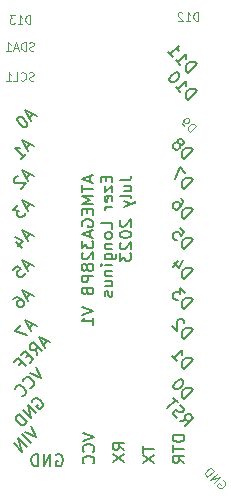
<source format=gbr>
%TF.GenerationSoftware,KiCad,Pcbnew,(6.0.7)*%
%TF.CreationDate,2023-06-10T06:11:36-04:00*%
%TF.ProjectId,atmega328pb_breakout,61746d65-6761-4333-9238-70625f627265,rev?*%
%TF.SameCoordinates,Original*%
%TF.FileFunction,Legend,Bot*%
%TF.FilePolarity,Positive*%
%FSLAX46Y46*%
G04 Gerber Fmt 4.6, Leading zero omitted, Abs format (unit mm)*
G04 Created by KiCad (PCBNEW (6.0.7)) date 2023-06-10 06:11:36*
%MOMM*%
%LPD*%
G01*
G04 APERTURE LIST*
%ADD10C,0.150000*%
%ADD11C,0.100000*%
G04 APERTURE END LIST*
D10*
X109300666Y-57945976D02*
X109300666Y-58422166D01*
X109586380Y-57850738D02*
X108586380Y-58184071D01*
X109586380Y-58517404D01*
X108586380Y-58707880D02*
X108586380Y-59279309D01*
X109586380Y-58993595D02*
X108586380Y-58993595D01*
X109586380Y-59612642D02*
X108586380Y-59612642D01*
X109300666Y-59945976D01*
X108586380Y-60279309D01*
X109586380Y-60279309D01*
X109062571Y-60755500D02*
X109062571Y-61088833D01*
X109586380Y-61231690D02*
X109586380Y-60755500D01*
X108586380Y-60755500D01*
X108586380Y-61231690D01*
X108634000Y-62184071D02*
X108586380Y-62088833D01*
X108586380Y-61945976D01*
X108634000Y-61803119D01*
X108729238Y-61707880D01*
X108824476Y-61660261D01*
X109014952Y-61612642D01*
X109157809Y-61612642D01*
X109348285Y-61660261D01*
X109443523Y-61707880D01*
X109538761Y-61803119D01*
X109586380Y-61945976D01*
X109586380Y-62041214D01*
X109538761Y-62184071D01*
X109491142Y-62231690D01*
X109157809Y-62231690D01*
X109157809Y-62041214D01*
X109300666Y-62612642D02*
X109300666Y-63088833D01*
X109586380Y-62517404D02*
X108586380Y-62850738D01*
X109586380Y-63184071D01*
X108586380Y-63422166D02*
X108586380Y-64041214D01*
X108967333Y-63707880D01*
X108967333Y-63850738D01*
X109014952Y-63945976D01*
X109062571Y-63993595D01*
X109157809Y-64041214D01*
X109395904Y-64041214D01*
X109491142Y-63993595D01*
X109538761Y-63945976D01*
X109586380Y-63850738D01*
X109586380Y-63565023D01*
X109538761Y-63469785D01*
X109491142Y-63422166D01*
X108681619Y-64422166D02*
X108634000Y-64469785D01*
X108586380Y-64565023D01*
X108586380Y-64803119D01*
X108634000Y-64898357D01*
X108681619Y-64945976D01*
X108776857Y-64993595D01*
X108872095Y-64993595D01*
X109014952Y-64945976D01*
X109586380Y-64374547D01*
X109586380Y-64993595D01*
X109014952Y-65565023D02*
X108967333Y-65469785D01*
X108919714Y-65422166D01*
X108824476Y-65374547D01*
X108776857Y-65374547D01*
X108681619Y-65422166D01*
X108634000Y-65469785D01*
X108586380Y-65565023D01*
X108586380Y-65755500D01*
X108634000Y-65850738D01*
X108681619Y-65898357D01*
X108776857Y-65945976D01*
X108824476Y-65945976D01*
X108919714Y-65898357D01*
X108967333Y-65850738D01*
X109014952Y-65755500D01*
X109014952Y-65565023D01*
X109062571Y-65469785D01*
X109110190Y-65422166D01*
X109205428Y-65374547D01*
X109395904Y-65374547D01*
X109491142Y-65422166D01*
X109538761Y-65469785D01*
X109586380Y-65565023D01*
X109586380Y-65755500D01*
X109538761Y-65850738D01*
X109491142Y-65898357D01*
X109395904Y-65945976D01*
X109205428Y-65945976D01*
X109110190Y-65898357D01*
X109062571Y-65850738D01*
X109014952Y-65755500D01*
X109586380Y-66374547D02*
X108586380Y-66374547D01*
X108586380Y-66755500D01*
X108634000Y-66850738D01*
X108681619Y-66898357D01*
X108776857Y-66945976D01*
X108919714Y-66945976D01*
X109014952Y-66898357D01*
X109062571Y-66850738D01*
X109110190Y-66755500D01*
X109110190Y-66374547D01*
X109062571Y-67707880D02*
X109110190Y-67850738D01*
X109157809Y-67898357D01*
X109253047Y-67945976D01*
X109395904Y-67945976D01*
X109491142Y-67898357D01*
X109538761Y-67850738D01*
X109586380Y-67755500D01*
X109586380Y-67374547D01*
X108586380Y-67374547D01*
X108586380Y-67707880D01*
X108634000Y-67803119D01*
X108681619Y-67850738D01*
X108776857Y-67898357D01*
X108872095Y-67898357D01*
X108967333Y-67850738D01*
X109014952Y-67803119D01*
X109062571Y-67707880D01*
X109062571Y-67374547D01*
X108586380Y-68993595D02*
X109586380Y-69326928D01*
X108586380Y-69660261D01*
X109586380Y-70517404D02*
X109586380Y-69945976D01*
X109586380Y-70231690D02*
X108586380Y-70231690D01*
X108729238Y-70136452D01*
X108824476Y-70041214D01*
X108872095Y-69945976D01*
X110672571Y-57993595D02*
X110672571Y-58326928D01*
X111196380Y-58469785D02*
X111196380Y-57993595D01*
X110196380Y-57993595D01*
X110196380Y-58469785D01*
X110529714Y-58803119D02*
X110529714Y-59326928D01*
X111196380Y-58803119D01*
X111196380Y-59326928D01*
X111148761Y-60088833D02*
X111196380Y-59993595D01*
X111196380Y-59803119D01*
X111148761Y-59707880D01*
X111053523Y-59660261D01*
X110672571Y-59660261D01*
X110577333Y-59707880D01*
X110529714Y-59803119D01*
X110529714Y-59993595D01*
X110577333Y-60088833D01*
X110672571Y-60136452D01*
X110767809Y-60136452D01*
X110863047Y-59660261D01*
X111196380Y-60565023D02*
X110529714Y-60565023D01*
X110720190Y-60565023D02*
X110624952Y-60612642D01*
X110577333Y-60660261D01*
X110529714Y-60755500D01*
X110529714Y-60850738D01*
X111196380Y-62422166D02*
X111196380Y-61945976D01*
X110196380Y-61945976D01*
X111196380Y-62898357D02*
X111148761Y-62803119D01*
X111101142Y-62755500D01*
X111005904Y-62707880D01*
X110720190Y-62707880D01*
X110624952Y-62755500D01*
X110577333Y-62803119D01*
X110529714Y-62898357D01*
X110529714Y-63041214D01*
X110577333Y-63136452D01*
X110624952Y-63184071D01*
X110720190Y-63231690D01*
X111005904Y-63231690D01*
X111101142Y-63184071D01*
X111148761Y-63136452D01*
X111196380Y-63041214D01*
X111196380Y-62898357D01*
X110529714Y-63660261D02*
X111196380Y-63660261D01*
X110624952Y-63660261D02*
X110577333Y-63707880D01*
X110529714Y-63803119D01*
X110529714Y-63945976D01*
X110577333Y-64041214D01*
X110672571Y-64088833D01*
X111196380Y-64088833D01*
X110529714Y-64993595D02*
X111339238Y-64993595D01*
X111434476Y-64945976D01*
X111482095Y-64898357D01*
X111529714Y-64803119D01*
X111529714Y-64660261D01*
X111482095Y-64565023D01*
X111148761Y-64993595D02*
X111196380Y-64898357D01*
X111196380Y-64707880D01*
X111148761Y-64612642D01*
X111101142Y-64565023D01*
X111005904Y-64517404D01*
X110720190Y-64517404D01*
X110624952Y-64565023D01*
X110577333Y-64612642D01*
X110529714Y-64707880D01*
X110529714Y-64898357D01*
X110577333Y-64993595D01*
X111196380Y-65469785D02*
X110529714Y-65469785D01*
X110196380Y-65469785D02*
X110244000Y-65422166D01*
X110291619Y-65469785D01*
X110244000Y-65517404D01*
X110196380Y-65469785D01*
X110291619Y-65469785D01*
X110529714Y-65945976D02*
X111196380Y-65945976D01*
X110624952Y-65945976D02*
X110577333Y-65993595D01*
X110529714Y-66088833D01*
X110529714Y-66231690D01*
X110577333Y-66326928D01*
X110672571Y-66374547D01*
X111196380Y-66374547D01*
X110529714Y-67279309D02*
X111196380Y-67279309D01*
X110529714Y-66850738D02*
X111053523Y-66850738D01*
X111148761Y-66898357D01*
X111196380Y-66993595D01*
X111196380Y-67136452D01*
X111148761Y-67231690D01*
X111101142Y-67279309D01*
X111148761Y-67707880D02*
X111196380Y-67803119D01*
X111196380Y-67993595D01*
X111148761Y-68088833D01*
X111053523Y-68136452D01*
X111005904Y-68136452D01*
X110910666Y-68088833D01*
X110863047Y-67993595D01*
X110863047Y-67850738D01*
X110815428Y-67755500D01*
X110720190Y-67707880D01*
X110672571Y-67707880D01*
X110577333Y-67755500D01*
X110529714Y-67850738D01*
X110529714Y-67993595D01*
X110577333Y-68088833D01*
X111806380Y-58279309D02*
X112520666Y-58279309D01*
X112663523Y-58231690D01*
X112758761Y-58136452D01*
X112806380Y-57993595D01*
X112806380Y-57898357D01*
X112139714Y-59184071D02*
X112806380Y-59184071D01*
X112139714Y-58755500D02*
X112663523Y-58755500D01*
X112758761Y-58803119D01*
X112806380Y-58898357D01*
X112806380Y-59041214D01*
X112758761Y-59136452D01*
X112711142Y-59184071D01*
X112806380Y-59803119D02*
X112758761Y-59707880D01*
X112663523Y-59660261D01*
X111806380Y-59660261D01*
X112139714Y-60088833D02*
X112806380Y-60326928D01*
X112139714Y-60565023D02*
X112806380Y-60326928D01*
X113044476Y-60231690D01*
X113092095Y-60184071D01*
X113139714Y-60088833D01*
X111901619Y-61660261D02*
X111854000Y-61707880D01*
X111806380Y-61803119D01*
X111806380Y-62041214D01*
X111854000Y-62136452D01*
X111901619Y-62184071D01*
X111996857Y-62231690D01*
X112092095Y-62231690D01*
X112234952Y-62184071D01*
X112806380Y-61612642D01*
X112806380Y-62231690D01*
X111806380Y-62850738D02*
X111806380Y-62945976D01*
X111854000Y-63041214D01*
X111901619Y-63088833D01*
X111996857Y-63136452D01*
X112187333Y-63184071D01*
X112425428Y-63184071D01*
X112615904Y-63136452D01*
X112711142Y-63088833D01*
X112758761Y-63041214D01*
X112806380Y-62945976D01*
X112806380Y-62850738D01*
X112758761Y-62755500D01*
X112711142Y-62707880D01*
X112615904Y-62660261D01*
X112425428Y-62612642D01*
X112187333Y-62612642D01*
X111996857Y-62660261D01*
X111901619Y-62707880D01*
X111854000Y-62755500D01*
X111806380Y-62850738D01*
X111901619Y-63565023D02*
X111854000Y-63612642D01*
X111806380Y-63707880D01*
X111806380Y-63945976D01*
X111854000Y-64041214D01*
X111901619Y-64088833D01*
X111996857Y-64136452D01*
X112092095Y-64136452D01*
X112234952Y-64088833D01*
X112806380Y-63517404D01*
X112806380Y-64136452D01*
X111806380Y-64469785D02*
X111806380Y-65088833D01*
X112187333Y-64755500D01*
X112187333Y-64898357D01*
X112234952Y-64993595D01*
X112282571Y-65041214D01*
X112377809Y-65088833D01*
X112615904Y-65088833D01*
X112711142Y-65041214D01*
X112758761Y-64993595D01*
X112806380Y-64898357D01*
X112806380Y-64612642D01*
X112758761Y-64517404D01*
X112711142Y-64469785D01*
D11*
X104544666Y-49813333D02*
X104444666Y-49846666D01*
X104278000Y-49846666D01*
X104211333Y-49813333D01*
X104178000Y-49780000D01*
X104144666Y-49713333D01*
X104144666Y-49646666D01*
X104178000Y-49580000D01*
X104211333Y-49546666D01*
X104278000Y-49513333D01*
X104411333Y-49480000D01*
X104478000Y-49446666D01*
X104511333Y-49413333D01*
X104544666Y-49346666D01*
X104544666Y-49280000D01*
X104511333Y-49213333D01*
X104478000Y-49180000D01*
X104411333Y-49146666D01*
X104244666Y-49146666D01*
X104144666Y-49180000D01*
X103444666Y-49780000D02*
X103478000Y-49813333D01*
X103578000Y-49846666D01*
X103644666Y-49846666D01*
X103744666Y-49813333D01*
X103811333Y-49746666D01*
X103844666Y-49680000D01*
X103878000Y-49546666D01*
X103878000Y-49446666D01*
X103844666Y-49313333D01*
X103811333Y-49246666D01*
X103744666Y-49180000D01*
X103644666Y-49146666D01*
X103578000Y-49146666D01*
X103478000Y-49180000D01*
X103444666Y-49213333D01*
X102811333Y-49846666D02*
X103144666Y-49846666D01*
X103144666Y-49146666D01*
X102211333Y-49846666D02*
X102611333Y-49846666D01*
X102411333Y-49846666D02*
X102411333Y-49146666D01*
X102478000Y-49246666D01*
X102544666Y-49313333D01*
X102611333Y-49346666D01*
X104561333Y-47273333D02*
X104461333Y-47306666D01*
X104294666Y-47306666D01*
X104228000Y-47273333D01*
X104194666Y-47240000D01*
X104161333Y-47173333D01*
X104161333Y-47106666D01*
X104194666Y-47040000D01*
X104228000Y-47006666D01*
X104294666Y-46973333D01*
X104428000Y-46940000D01*
X104494666Y-46906666D01*
X104528000Y-46873333D01*
X104561333Y-46806666D01*
X104561333Y-46740000D01*
X104528000Y-46673333D01*
X104494666Y-46640000D01*
X104428000Y-46606666D01*
X104261333Y-46606666D01*
X104161333Y-46640000D01*
X103861333Y-47306666D02*
X103861333Y-46606666D01*
X103694666Y-46606666D01*
X103594666Y-46640000D01*
X103528000Y-46706666D01*
X103494666Y-46773333D01*
X103461333Y-46906666D01*
X103461333Y-47006666D01*
X103494666Y-47140000D01*
X103528000Y-47206666D01*
X103594666Y-47273333D01*
X103694666Y-47306666D01*
X103861333Y-47306666D01*
X103194666Y-47106666D02*
X102861333Y-47106666D01*
X103261333Y-47306666D02*
X103028000Y-46606666D01*
X102794666Y-47306666D01*
X102194666Y-47306666D02*
X102594666Y-47306666D01*
X102394666Y-47306666D02*
X102394666Y-46606666D01*
X102461333Y-46706666D01*
X102528000Y-46773333D01*
X102594666Y-46806666D01*
X104228000Y-45020666D02*
X104228000Y-44320666D01*
X104061333Y-44320666D01*
X103961333Y-44354000D01*
X103894666Y-44420666D01*
X103861333Y-44487333D01*
X103828000Y-44620666D01*
X103828000Y-44720666D01*
X103861333Y-44854000D01*
X103894666Y-44920666D01*
X103961333Y-44987333D01*
X104061333Y-45020666D01*
X104228000Y-45020666D01*
X103161333Y-45020666D02*
X103561333Y-45020666D01*
X103361333Y-45020666D02*
X103361333Y-44320666D01*
X103428000Y-44420666D01*
X103494666Y-44487333D01*
X103561333Y-44520666D01*
X102928000Y-44320666D02*
X102494666Y-44320666D01*
X102728000Y-44587333D01*
X102628000Y-44587333D01*
X102561333Y-44620666D01*
X102528000Y-44654000D01*
X102494666Y-44720666D01*
X102494666Y-44887333D01*
X102528000Y-44954000D01*
X102561333Y-44987333D01*
X102628000Y-45020666D01*
X102828000Y-45020666D01*
X102894666Y-44987333D01*
X102928000Y-44954000D01*
D10*
X104508927Y-52698774D02*
X104172209Y-53035492D01*
X104778301Y-52833461D02*
X103835492Y-52362057D01*
X104306896Y-53304866D01*
X103229400Y-52968148D02*
X103162057Y-53035492D01*
X103128385Y-53136507D01*
X103128385Y-53203851D01*
X103162057Y-53304866D01*
X103263072Y-53473225D01*
X103431431Y-53641583D01*
X103599790Y-53742599D01*
X103700805Y-53776270D01*
X103768148Y-53776270D01*
X103869164Y-53742599D01*
X103936507Y-53675255D01*
X103970179Y-53574240D01*
X103970179Y-53506896D01*
X103936507Y-53405881D01*
X103835492Y-53237522D01*
X103667133Y-53069164D01*
X103498774Y-52968148D01*
X103397759Y-52934477D01*
X103330416Y-52934477D01*
X103229400Y-52968148D01*
X104254927Y-55238774D02*
X103918209Y-55575492D01*
X104524301Y-55373461D02*
X103581492Y-54902057D01*
X104052896Y-55844866D01*
X103446805Y-56450957D02*
X103850866Y-56046896D01*
X103648835Y-56248927D02*
X102941729Y-55541820D01*
X103110087Y-55575492D01*
X103244774Y-55575492D01*
X103345790Y-55541820D01*
X104254927Y-57778774D02*
X103918209Y-58115492D01*
X104524301Y-57913461D02*
X103581492Y-57442057D01*
X104052896Y-58384866D01*
X103211103Y-57947133D02*
X103143759Y-57947133D01*
X103042744Y-57980805D01*
X102874385Y-58149164D01*
X102840713Y-58250179D01*
X102840713Y-58317522D01*
X102874385Y-58418538D01*
X102941729Y-58485881D01*
X103076416Y-58553225D01*
X103884538Y-58553225D01*
X103446805Y-58990957D01*
X104254927Y-60318774D02*
X103918209Y-60655492D01*
X104524301Y-60453461D02*
X103581492Y-59982057D01*
X104052896Y-60924866D01*
X103177431Y-60386118D02*
X102739698Y-60823851D01*
X103244774Y-60857522D01*
X103143759Y-60958538D01*
X103110087Y-61059553D01*
X103110087Y-61126896D01*
X103143759Y-61227912D01*
X103312118Y-61396270D01*
X103413133Y-61429942D01*
X103480477Y-61429942D01*
X103581492Y-61396270D01*
X103783522Y-61194240D01*
X103817194Y-61093225D01*
X103817194Y-61025881D01*
X104254927Y-62858774D02*
X103918209Y-63195492D01*
X104524301Y-62993461D02*
X103581492Y-62522057D01*
X104052896Y-63464866D01*
X103042744Y-63532209D02*
X103514148Y-64003614D01*
X102941729Y-63094477D02*
X103615164Y-63431194D01*
X103177431Y-63868927D01*
X104254927Y-65398774D02*
X103918209Y-65735492D01*
X104524301Y-65533461D02*
X103581492Y-65062057D01*
X104052896Y-66004866D01*
X102773370Y-65870179D02*
X103110087Y-65533461D01*
X103480477Y-65836507D01*
X103413133Y-65836507D01*
X103312118Y-65870179D01*
X103143759Y-66038538D01*
X103110087Y-66139553D01*
X103110087Y-66206896D01*
X103143759Y-66307912D01*
X103312118Y-66476270D01*
X103413133Y-66509942D01*
X103480477Y-66509942D01*
X103581492Y-66476270D01*
X103749851Y-66307912D01*
X103783522Y-66206896D01*
X103783522Y-66139553D01*
X104254927Y-67938774D02*
X103918209Y-68275492D01*
X104524301Y-68073461D02*
X103581492Y-67602057D01*
X104052896Y-68544866D01*
X102807042Y-68376507D02*
X102941729Y-68241820D01*
X103042744Y-68208148D01*
X103110087Y-68208148D01*
X103278446Y-68241820D01*
X103446805Y-68342835D01*
X103716179Y-68612209D01*
X103749851Y-68713225D01*
X103749851Y-68780568D01*
X103716179Y-68881583D01*
X103581492Y-69016270D01*
X103480477Y-69049942D01*
X103413133Y-69049942D01*
X103312118Y-69016270D01*
X103143759Y-68847912D01*
X103110087Y-68746896D01*
X103110087Y-68679553D01*
X103143759Y-68578538D01*
X103278446Y-68443851D01*
X103379461Y-68410179D01*
X103446805Y-68410179D01*
X103547820Y-68443851D01*
X104508927Y-70478774D02*
X104172209Y-70815492D01*
X104778301Y-70613461D02*
X103835492Y-70142057D01*
X104306896Y-71084866D01*
X103431431Y-70546118D02*
X102960026Y-71017522D01*
X103970179Y-71421583D01*
X105656690Y-71871011D02*
X105319973Y-72207729D01*
X105926064Y-72005698D02*
X104983255Y-71534294D01*
X105454660Y-72477103D01*
X104814896Y-73116866D02*
X104713881Y-72544446D01*
X105218957Y-72712805D02*
X104511851Y-72005698D01*
X104242477Y-72275072D01*
X104208805Y-72376087D01*
X104208805Y-72443431D01*
X104242477Y-72544446D01*
X104343492Y-72645461D01*
X104444507Y-72679133D01*
X104511851Y-72679133D01*
X104612866Y-72645461D01*
X104882240Y-72376087D01*
X104141461Y-73049522D02*
X103905759Y-73285225D01*
X104175133Y-73756629D02*
X104511851Y-73419912D01*
X103804744Y-72712805D01*
X103468026Y-73049522D01*
X103265996Y-73924988D02*
X103501698Y-73689286D01*
X103872087Y-74059675D02*
X103164981Y-73352568D01*
X102828263Y-73689286D01*
D11*
X117743421Y-54183255D02*
X118238396Y-53688280D01*
X118120544Y-53570429D01*
X118026264Y-53523289D01*
X117931983Y-53523289D01*
X117861272Y-53546859D01*
X117743421Y-53617570D01*
X117672710Y-53688280D01*
X117602000Y-53806132D01*
X117578429Y-53876842D01*
X117578429Y-53971123D01*
X117625570Y-54065404D01*
X117743421Y-54183255D01*
X117224876Y-53664710D02*
X117130595Y-53570429D01*
X117107025Y-53499719D01*
X117107025Y-53452578D01*
X117130595Y-53334727D01*
X117201306Y-53216876D01*
X117389867Y-53028314D01*
X117460578Y-53004744D01*
X117507719Y-53004744D01*
X117578429Y-53028314D01*
X117672710Y-53122595D01*
X117696280Y-53193306D01*
X117696280Y-53240446D01*
X117672710Y-53311157D01*
X117554859Y-53429008D01*
X117484148Y-53452578D01*
X117437008Y-53452578D01*
X117366297Y-53429008D01*
X117272016Y-53334727D01*
X117248446Y-53264016D01*
X117248446Y-53216876D01*
X117272016Y-53146165D01*
X118452000Y-44766666D02*
X118452000Y-44066666D01*
X118285333Y-44066666D01*
X118185333Y-44100000D01*
X118118666Y-44166666D01*
X118085333Y-44233333D01*
X118052000Y-44366666D01*
X118052000Y-44466666D01*
X118085333Y-44600000D01*
X118118666Y-44666666D01*
X118185333Y-44733333D01*
X118285333Y-44766666D01*
X118452000Y-44766666D01*
X117385333Y-44766666D02*
X117785333Y-44766666D01*
X117585333Y-44766666D02*
X117585333Y-44066666D01*
X117652000Y-44166666D01*
X117718666Y-44233333D01*
X117785333Y-44266666D01*
X117118666Y-44133333D02*
X117085333Y-44100000D01*
X117018666Y-44066666D01*
X116852000Y-44066666D01*
X116785333Y-44100000D01*
X116752000Y-44133333D01*
X116718666Y-44200000D01*
X116718666Y-44266666D01*
X116752000Y-44366666D01*
X117152000Y-44766666D01*
X116718666Y-44766666D01*
D10*
X117632748Y-49184511D02*
X118339854Y-48477404D01*
X118171496Y-48309045D01*
X118036809Y-48241702D01*
X117902122Y-48241702D01*
X117801106Y-48275374D01*
X117632748Y-48376389D01*
X117531732Y-48477404D01*
X117430717Y-48645763D01*
X117397045Y-48746778D01*
X117397045Y-48881465D01*
X117464389Y-49016152D01*
X117632748Y-49184511D01*
X116555251Y-48107015D02*
X116959312Y-48511076D01*
X116757282Y-48309045D02*
X117464389Y-47601938D01*
X117430717Y-47770297D01*
X117430717Y-47904984D01*
X117464389Y-48006000D01*
X115881816Y-47433580D02*
X116285877Y-47837641D01*
X116083847Y-47635610D02*
X116790954Y-46928503D01*
X116757282Y-47096862D01*
X116757282Y-47231549D01*
X116790954Y-47332564D01*
X117632748Y-51470511D02*
X118339854Y-50763404D01*
X118171496Y-50595045D01*
X118036809Y-50527702D01*
X117902122Y-50527702D01*
X117801106Y-50561374D01*
X117632748Y-50662389D01*
X117531732Y-50763404D01*
X117430717Y-50931763D01*
X117397045Y-51032778D01*
X117397045Y-51167465D01*
X117464389Y-51302152D01*
X117632748Y-51470511D01*
X116555251Y-50393015D02*
X116959312Y-50797076D01*
X116757282Y-50595045D02*
X117464389Y-49887938D01*
X117430717Y-50056297D01*
X117430717Y-50190984D01*
X117464389Y-50292000D01*
X116824625Y-49248175D02*
X116757282Y-49180832D01*
X116656267Y-49147160D01*
X116588923Y-49147160D01*
X116487908Y-49180832D01*
X116319549Y-49281847D01*
X116151190Y-49450206D01*
X116050175Y-49618564D01*
X116016503Y-49719580D01*
X116016503Y-49786923D01*
X116050175Y-49887938D01*
X116117519Y-49955282D01*
X116218534Y-49988954D01*
X116285877Y-49988954D01*
X116386893Y-49955282D01*
X116555251Y-49854267D01*
X116723610Y-49685908D01*
X116824625Y-49517549D01*
X116858297Y-49416534D01*
X116858297Y-49349190D01*
X116824625Y-49248175D01*
X117296030Y-56467793D02*
X118003137Y-55760687D01*
X117834778Y-55592328D01*
X117700091Y-55524984D01*
X117565404Y-55524984D01*
X117464389Y-55558656D01*
X117296030Y-55659671D01*
X117195015Y-55760687D01*
X117094000Y-55929045D01*
X117060328Y-56030061D01*
X117060328Y-56164748D01*
X117127671Y-56299435D01*
X117296030Y-56467793D01*
X116891969Y-55255610D02*
X116992984Y-55289282D01*
X117060328Y-55289282D01*
X117161343Y-55255610D01*
X117195015Y-55221938D01*
X117228687Y-55120923D01*
X117228687Y-55053580D01*
X117195015Y-54952564D01*
X117060328Y-54817877D01*
X116959312Y-54784206D01*
X116891969Y-54784206D01*
X116790954Y-54817877D01*
X116757282Y-54851549D01*
X116723610Y-54952564D01*
X116723610Y-55019908D01*
X116757282Y-55120923D01*
X116891969Y-55255610D01*
X116925641Y-55356625D01*
X116925641Y-55423969D01*
X116891969Y-55524984D01*
X116757282Y-55659671D01*
X116656267Y-55693343D01*
X116588923Y-55693343D01*
X116487908Y-55659671D01*
X116353221Y-55524984D01*
X116319549Y-55423969D01*
X116319549Y-55356625D01*
X116353221Y-55255610D01*
X116487908Y-55120923D01*
X116588923Y-55087251D01*
X116656267Y-55087251D01*
X116757282Y-55120923D01*
X117296030Y-59007793D02*
X118003137Y-58300687D01*
X117834778Y-58132328D01*
X117700091Y-58064984D01*
X117565404Y-58064984D01*
X117464389Y-58098656D01*
X117296030Y-58199671D01*
X117195015Y-58300687D01*
X117094000Y-58469045D01*
X117060328Y-58570061D01*
X117060328Y-58704748D01*
X117127671Y-58839435D01*
X117296030Y-59007793D01*
X117363374Y-57660923D02*
X116891969Y-57189519D01*
X116487908Y-58199671D01*
X117296030Y-61547793D02*
X118003137Y-60840687D01*
X117834778Y-60672328D01*
X117700091Y-60604984D01*
X117565404Y-60604984D01*
X117464389Y-60638656D01*
X117296030Y-60739671D01*
X117195015Y-60840687D01*
X117094000Y-61009045D01*
X117060328Y-61110061D01*
X117060328Y-61244748D01*
X117127671Y-61379435D01*
X117296030Y-61547793D01*
X116992984Y-59830534D02*
X117127671Y-59965221D01*
X117161343Y-60066236D01*
X117161343Y-60133580D01*
X117127671Y-60301938D01*
X117026656Y-60470297D01*
X116757282Y-60739671D01*
X116656267Y-60773343D01*
X116588923Y-60773343D01*
X116487908Y-60739671D01*
X116353221Y-60604984D01*
X116319549Y-60503969D01*
X116319549Y-60436625D01*
X116353221Y-60335610D01*
X116521580Y-60167251D01*
X116622595Y-60133580D01*
X116689938Y-60133580D01*
X116790954Y-60167251D01*
X116925641Y-60301938D01*
X116959312Y-60402954D01*
X116959312Y-60470297D01*
X116925641Y-60571312D01*
X117296030Y-64087793D02*
X118003137Y-63380687D01*
X117834778Y-63212328D01*
X117700091Y-63144984D01*
X117565404Y-63144984D01*
X117464389Y-63178656D01*
X117296030Y-63279671D01*
X117195015Y-63380687D01*
X117094000Y-63549045D01*
X117060328Y-63650061D01*
X117060328Y-63784748D01*
X117127671Y-63919435D01*
X117296030Y-64087793D01*
X116959312Y-62336862D02*
X117296030Y-62673580D01*
X116992984Y-63043969D01*
X116992984Y-62976625D01*
X116959312Y-62875610D01*
X116790954Y-62707251D01*
X116689938Y-62673580D01*
X116622595Y-62673580D01*
X116521580Y-62707251D01*
X116353221Y-62875610D01*
X116319549Y-62976625D01*
X116319549Y-63043969D01*
X116353221Y-63144984D01*
X116521580Y-63313343D01*
X116622595Y-63347015D01*
X116689938Y-63347015D01*
X117296030Y-66627793D02*
X118003137Y-65920687D01*
X117834778Y-65752328D01*
X117700091Y-65684984D01*
X117565404Y-65684984D01*
X117464389Y-65718656D01*
X117296030Y-65819671D01*
X117195015Y-65920687D01*
X117094000Y-66089045D01*
X117060328Y-66190061D01*
X117060328Y-66324748D01*
X117127671Y-66459435D01*
X117296030Y-66627793D01*
X116757282Y-65146236D02*
X116285877Y-65617641D01*
X117195015Y-65045221D02*
X116858297Y-65718656D01*
X116420564Y-65280923D01*
X117296030Y-69167793D02*
X118003137Y-68460687D01*
X117834778Y-68292328D01*
X117700091Y-68224984D01*
X117565404Y-68224984D01*
X117464389Y-68258656D01*
X117296030Y-68359671D01*
X117195015Y-68460687D01*
X117094000Y-68629045D01*
X117060328Y-68730061D01*
X117060328Y-68864748D01*
X117127671Y-68999435D01*
X117296030Y-69167793D01*
X117363374Y-67820923D02*
X116925641Y-67383190D01*
X116891969Y-67888267D01*
X116790954Y-67787251D01*
X116689938Y-67753580D01*
X116622595Y-67753580D01*
X116521580Y-67787251D01*
X116353221Y-67955610D01*
X116319549Y-68056625D01*
X116319549Y-68123969D01*
X116353221Y-68224984D01*
X116555251Y-68427015D01*
X116656267Y-68460687D01*
X116723610Y-68460687D01*
X117296030Y-71707793D02*
X118003137Y-71000687D01*
X117834778Y-70832328D01*
X117700091Y-70764984D01*
X117565404Y-70764984D01*
X117464389Y-70798656D01*
X117296030Y-70899671D01*
X117195015Y-71000687D01*
X117094000Y-71169045D01*
X117060328Y-71270061D01*
X117060328Y-71404748D01*
X117127671Y-71539435D01*
X117296030Y-71707793D01*
X117262358Y-70394595D02*
X117262358Y-70327251D01*
X117228687Y-70226236D01*
X117060328Y-70057877D01*
X116959312Y-70024206D01*
X116891969Y-70024206D01*
X116790954Y-70057877D01*
X116723610Y-70125221D01*
X116656267Y-70259908D01*
X116656267Y-71068030D01*
X116218534Y-70630297D01*
X117296030Y-74247793D02*
X118003137Y-73540687D01*
X117834778Y-73372328D01*
X117700091Y-73304984D01*
X117565404Y-73304984D01*
X117464389Y-73338656D01*
X117296030Y-73439671D01*
X117195015Y-73540687D01*
X117094000Y-73709045D01*
X117060328Y-73810061D01*
X117060328Y-73944748D01*
X117127671Y-74079435D01*
X117296030Y-74247793D01*
X116218534Y-73170297D02*
X116622595Y-73574358D01*
X116420564Y-73372328D02*
X117127671Y-72665221D01*
X117094000Y-72833580D01*
X117094000Y-72968267D01*
X117127671Y-73069282D01*
X117296030Y-76787793D02*
X118003137Y-76080687D01*
X117834778Y-75912328D01*
X117700091Y-75844984D01*
X117565404Y-75844984D01*
X117464389Y-75878656D01*
X117296030Y-75979671D01*
X117195015Y-76080687D01*
X117094000Y-76249045D01*
X117060328Y-76350061D01*
X117060328Y-76484748D01*
X117127671Y-76619435D01*
X117296030Y-76787793D01*
X117161343Y-75238893D02*
X117094000Y-75171549D01*
X116992984Y-75137877D01*
X116925641Y-75137877D01*
X116824625Y-75171549D01*
X116656267Y-75272564D01*
X116487908Y-75440923D01*
X116386893Y-75609282D01*
X116353221Y-75710297D01*
X116353221Y-75777641D01*
X116386893Y-75878656D01*
X116454236Y-75946000D01*
X116555251Y-75979671D01*
X116622595Y-75979671D01*
X116723610Y-75946000D01*
X116891969Y-75844984D01*
X117060328Y-75676625D01*
X117161343Y-75508267D01*
X117195015Y-75407251D01*
X117195015Y-75339908D01*
X117161343Y-75238893D01*
D11*
X120557226Y-83704895D02*
X120632987Y-83730149D01*
X120708748Y-83805911D01*
X120759256Y-83906926D01*
X120759256Y-84007941D01*
X120734002Y-84083703D01*
X120658241Y-84209972D01*
X120582479Y-84285733D01*
X120456210Y-84361495D01*
X120380449Y-84386748D01*
X120279434Y-84386748D01*
X120178418Y-84336241D01*
X120127911Y-84285733D01*
X120077403Y-84184718D01*
X120077403Y-84134210D01*
X120254180Y-83957434D01*
X120355195Y-84058449D01*
X119799611Y-83957434D02*
X120329941Y-83427104D01*
X119496565Y-83654388D01*
X120026895Y-83124058D01*
X119244027Y-83401850D02*
X119774357Y-82871520D01*
X119648088Y-82745251D01*
X119547073Y-82694743D01*
X119446058Y-82694743D01*
X119370296Y-82719997D01*
X119244027Y-82795758D01*
X119168266Y-82871520D01*
X119092504Y-82997789D01*
X119067251Y-83073550D01*
X119067251Y-83174565D01*
X119117758Y-83275581D01*
X119244027Y-83401850D01*
D10*
X116907343Y-78685106D02*
X117479763Y-78584091D01*
X117311404Y-79089167D02*
X118018511Y-78382061D01*
X117749137Y-78112687D01*
X117648122Y-78079015D01*
X117580778Y-78079015D01*
X117479763Y-78112687D01*
X117378748Y-78213702D01*
X117345076Y-78314717D01*
X117345076Y-78382061D01*
X117378748Y-78483076D01*
X117648122Y-78752450D01*
X116671641Y-78382061D02*
X116536954Y-78314717D01*
X116368595Y-78146358D01*
X116334923Y-78045343D01*
X116334923Y-77978000D01*
X116368595Y-77876984D01*
X116435938Y-77809641D01*
X116536954Y-77775969D01*
X116604297Y-77775969D01*
X116705312Y-77809641D01*
X116873671Y-77910656D01*
X116974687Y-77944328D01*
X117042030Y-77944328D01*
X117143045Y-77910656D01*
X117210389Y-77843312D01*
X117244061Y-77742297D01*
X117244061Y-77674954D01*
X117210389Y-77573938D01*
X117042030Y-77405580D01*
X116907343Y-77338236D01*
X116738984Y-77102534D02*
X116334923Y-76698473D01*
X115829847Y-77607610D02*
X116536954Y-76900503D01*
X117292380Y-79883142D02*
X116292380Y-79883142D01*
X116292380Y-80121238D01*
X116340000Y-80264095D01*
X116435238Y-80359333D01*
X116530476Y-80406952D01*
X116720952Y-80454571D01*
X116863809Y-80454571D01*
X117054285Y-80406952D01*
X117149523Y-80359333D01*
X117244761Y-80264095D01*
X117292380Y-80121238D01*
X117292380Y-79883142D01*
X116292380Y-80740285D02*
X116292380Y-81311714D01*
X117292380Y-81026000D02*
X116292380Y-81026000D01*
X117292380Y-82216476D02*
X116816190Y-81883142D01*
X117292380Y-81645047D02*
X116292380Y-81645047D01*
X116292380Y-82026000D01*
X116340000Y-82121238D01*
X116387619Y-82168857D01*
X116482857Y-82216476D01*
X116625714Y-82216476D01*
X116720952Y-82168857D01*
X116768571Y-82121238D01*
X116816190Y-82026000D01*
X116816190Y-81645047D01*
X113752380Y-80772095D02*
X113752380Y-81343523D01*
X114752380Y-81057809D02*
X113752380Y-81057809D01*
X113752380Y-81581619D02*
X114752380Y-82248285D01*
X113752380Y-82248285D02*
X114752380Y-81581619D01*
X112212380Y-81113333D02*
X111736190Y-80780000D01*
X112212380Y-80541904D02*
X111212380Y-80541904D01*
X111212380Y-80922857D01*
X111260000Y-81018095D01*
X111307619Y-81065714D01*
X111402857Y-81113333D01*
X111545714Y-81113333D01*
X111640952Y-81065714D01*
X111688571Y-81018095D01*
X111736190Y-80922857D01*
X111736190Y-80541904D01*
X111212380Y-81446666D02*
X112212380Y-82113333D01*
X111212380Y-82113333D02*
X112212380Y-81446666D01*
X108672380Y-79692666D02*
X109672380Y-80026000D01*
X108672380Y-80359333D01*
X109577142Y-81264095D02*
X109624761Y-81216476D01*
X109672380Y-81073619D01*
X109672380Y-80978380D01*
X109624761Y-80835523D01*
X109529523Y-80740285D01*
X109434285Y-80692666D01*
X109243809Y-80645047D01*
X109100952Y-80645047D01*
X108910476Y-80692666D01*
X108815238Y-80740285D01*
X108720000Y-80835523D01*
X108672380Y-80978380D01*
X108672380Y-81073619D01*
X108720000Y-81216476D01*
X108767619Y-81264095D01*
X109577142Y-82264095D02*
X109624761Y-82216476D01*
X109672380Y-82073619D01*
X109672380Y-81978380D01*
X109624761Y-81835523D01*
X109529523Y-81740285D01*
X109434285Y-81692666D01*
X109243809Y-81645047D01*
X109100952Y-81645047D01*
X108910476Y-81692666D01*
X108815238Y-81740285D01*
X108720000Y-81835523D01*
X108672380Y-81978380D01*
X108672380Y-82073619D01*
X108720000Y-82216476D01*
X108767619Y-82264095D01*
X106425904Y-81542000D02*
X106521142Y-81494380D01*
X106664000Y-81494380D01*
X106806857Y-81542000D01*
X106902095Y-81637238D01*
X106949714Y-81732476D01*
X106997333Y-81922952D01*
X106997333Y-82065809D01*
X106949714Y-82256285D01*
X106902095Y-82351523D01*
X106806857Y-82446761D01*
X106664000Y-82494380D01*
X106568761Y-82494380D01*
X106425904Y-82446761D01*
X106378285Y-82399142D01*
X106378285Y-82065809D01*
X106568761Y-82065809D01*
X105949714Y-82494380D02*
X105949714Y-81494380D01*
X105378285Y-82494380D01*
X105378285Y-81494380D01*
X104902095Y-82494380D02*
X104902095Y-81494380D01*
X104664000Y-81494380D01*
X104521142Y-81542000D01*
X104425904Y-81637238D01*
X104378285Y-81732476D01*
X104330666Y-81922952D01*
X104330666Y-82065809D01*
X104378285Y-82256285D01*
X104425904Y-82351523D01*
X104521142Y-82446761D01*
X104664000Y-82494380D01*
X104902095Y-82494380D01*
X104695583Y-74107965D02*
X105166988Y-75050774D01*
X104224179Y-74579370D01*
X104224179Y-75858896D02*
X104291522Y-75858896D01*
X104426209Y-75791553D01*
X104493553Y-75724209D01*
X104560896Y-75589522D01*
X104560896Y-75454835D01*
X104527225Y-75353820D01*
X104426209Y-75185461D01*
X104325194Y-75084446D01*
X104156835Y-74983431D01*
X104055820Y-74949759D01*
X103921133Y-74949759D01*
X103786446Y-75017103D01*
X103719103Y-75084446D01*
X103651759Y-75219133D01*
X103651759Y-75286477D01*
X103517072Y-76566003D02*
X103584416Y-76566003D01*
X103719103Y-76498660D01*
X103786446Y-76431316D01*
X103853790Y-76296629D01*
X103853790Y-76161942D01*
X103820118Y-76060927D01*
X103719103Y-75892568D01*
X103618087Y-75791553D01*
X103449729Y-75690538D01*
X103348713Y-75656866D01*
X103214026Y-75656866D01*
X103079339Y-75724209D01*
X103011996Y-75791553D01*
X102944652Y-75926240D01*
X102944652Y-75993583D01*
X104386690Y-77024202D02*
X104420362Y-76923187D01*
X104521377Y-76822172D01*
X104656064Y-76754828D01*
X104790751Y-76754828D01*
X104891766Y-76788500D01*
X105060125Y-76889515D01*
X105161140Y-76990530D01*
X105262156Y-77158889D01*
X105295827Y-77259904D01*
X105295827Y-77394591D01*
X105228484Y-77529278D01*
X105161140Y-77596622D01*
X105026453Y-77663965D01*
X104959110Y-77663965D01*
X104723408Y-77428263D01*
X104858095Y-77293576D01*
X104723408Y-78034355D02*
X104016301Y-77327248D01*
X104319347Y-78438416D01*
X103612240Y-77731309D01*
X103982629Y-78775133D02*
X103275522Y-78068026D01*
X103107164Y-78236385D01*
X103039820Y-78371072D01*
X103039820Y-78505759D01*
X103073492Y-78606774D01*
X103174507Y-78775133D01*
X103275522Y-78876148D01*
X103443881Y-78977164D01*
X103544896Y-79010835D01*
X103679583Y-79010835D01*
X103814270Y-78943492D01*
X103982629Y-78775133D01*
X104273225Y-79102324D02*
X104744629Y-80045133D01*
X103801820Y-79573729D01*
X104273225Y-80516538D02*
X103566118Y-79809431D01*
X103936507Y-80853255D02*
X103229400Y-80146148D01*
X103532446Y-81257316D01*
X102825339Y-80550209D01*
M02*

</source>
